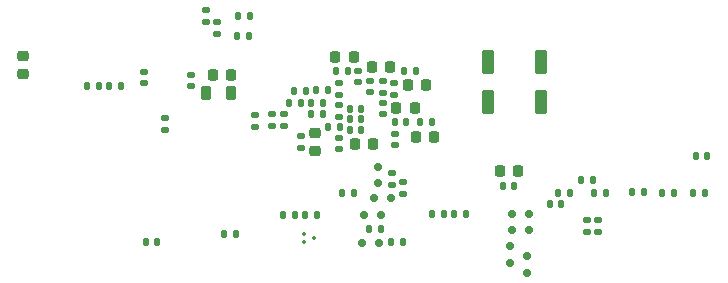
<source format=gbp>
%TF.GenerationSoftware,KiCad,Pcbnew,9.0.3*%
%TF.CreationDate,2025-07-23T11:06:21+02:00*%
%TF.ProjectId,icepi-zero,69636570-692d-47a6-9572-6f2e6b696361,v1.3*%
%TF.SameCoordinates,Original*%
%TF.FileFunction,Paste,Bot*%
%TF.FilePolarity,Positive*%
%FSLAX46Y46*%
G04 Gerber Fmt 4.6, Leading zero omitted, Abs format (unit mm)*
G04 Created by KiCad (PCBNEW 9.0.3) date 2025-07-23 11:06:21*
%MOMM*%
%LPD*%
G01*
G04 APERTURE LIST*
G04 Aperture macros list*
%AMRoundRect*
0 Rectangle with rounded corners*
0 $1 Rounding radius*
0 $2 $3 $4 $5 $6 $7 $8 $9 X,Y pos of 4 corners*
0 Add a 4 corners polygon primitive as box body*
4,1,4,$2,$3,$4,$5,$6,$7,$8,$9,$2,$3,0*
0 Add four circle primitives for the rounded corners*
1,1,$1+$1,$2,$3*
1,1,$1+$1,$4,$5*
1,1,$1+$1,$6,$7*
1,1,$1+$1,$8,$9*
0 Add four rect primitives between the rounded corners*
20,1,$1+$1,$2,$3,$4,$5,0*
20,1,$1+$1,$4,$5,$6,$7,0*
20,1,$1+$1,$6,$7,$8,$9,0*
20,1,$1+$1,$8,$9,$2,$3,0*%
G04 Aperture macros list end*
%ADD10RoundRect,0.140000X-0.170000X0.140000X-0.170000X-0.140000X0.170000X-0.140000X0.170000X0.140000X0*%
%ADD11RoundRect,0.140000X-0.140000X-0.170000X0.140000X-0.170000X0.140000X0.170000X-0.140000X0.170000X0*%
%ADD12RoundRect,0.135000X-0.185000X0.135000X-0.185000X-0.135000X0.185000X-0.135000X0.185000X0.135000X0*%
%ADD13RoundRect,0.150000X-0.200000X0.150000X-0.200000X-0.150000X0.200000X-0.150000X0.200000X0.150000X0*%
%ADD14RoundRect,0.135000X0.135000X0.185000X-0.135000X0.185000X-0.135000X-0.185000X0.135000X-0.185000X0*%
%ADD15RoundRect,0.150000X0.200000X-0.150000X0.200000X0.150000X-0.200000X0.150000X-0.200000X-0.150000X0*%
%ADD16RoundRect,0.135000X-0.135000X-0.185000X0.135000X-0.185000X0.135000X0.185000X-0.135000X0.185000X0*%
%ADD17RoundRect,0.157500X-0.367500X-0.842500X0.367500X-0.842500X0.367500X0.842500X-0.367500X0.842500X0*%
%ADD18RoundRect,0.140000X0.140000X0.170000X-0.140000X0.170000X-0.140000X-0.170000X0.140000X-0.170000X0*%
%ADD19RoundRect,0.140000X0.170000X-0.140000X0.170000X0.140000X-0.170000X0.140000X-0.170000X-0.140000X0*%
%ADD20RoundRect,0.225000X-0.225000X-0.250000X0.225000X-0.250000X0.225000X0.250000X-0.225000X0.250000X0*%
%ADD21RoundRect,0.225000X0.250000X-0.225000X0.250000X0.225000X-0.250000X0.225000X-0.250000X-0.225000X0*%
%ADD22RoundRect,0.135000X0.185000X-0.135000X0.185000X0.135000X-0.185000X0.135000X-0.185000X-0.135000X0*%
%ADD23RoundRect,0.150000X-0.150000X-0.200000X0.150000X-0.200000X0.150000X0.200000X-0.150000X0.200000X0*%
%ADD24RoundRect,0.150000X0.150000X0.200000X-0.150000X0.200000X-0.150000X-0.200000X0.150000X-0.200000X0*%
%ADD25RoundRect,0.218750X-0.218750X-0.381250X0.218750X-0.381250X0.218750X0.381250X-0.218750X0.381250X0*%
%ADD26RoundRect,0.225000X0.225000X0.250000X-0.225000X0.250000X-0.225000X-0.250000X0.225000X-0.250000X0*%
%ADD27RoundRect,0.075000X0.075000X-0.075000X0.075000X0.075000X-0.075000X0.075000X-0.075000X-0.075000X0*%
%ADD28RoundRect,0.225000X-0.250000X0.225000X-0.250000X-0.225000X0.250000X-0.225000X0.250000X0.225000X0*%
G04 APERTURE END LIST*
D10*
%TO.C,C22*%
X147575000Y-102980000D03*
X147575000Y-103940000D03*
%TD*%
D11*
%TO.C,C43*%
X161445000Y-111625000D03*
X162405000Y-111625000D03*
%TD*%
D12*
%TO.C,R20*%
X142850000Y-105530000D03*
X142850000Y-106550000D03*
%TD*%
D11*
%TO.C,C15*%
X148480000Y-106020000D03*
X149440000Y-106020000D03*
%TD*%
D13*
%TO.C,D13*%
X150875000Y-111425000D03*
X150875000Y-110025000D03*
%TD*%
D14*
%TO.C,R6*%
X129110000Y-103200000D03*
X128090000Y-103200000D03*
%TD*%
D15*
%TO.C,D12*%
X163500000Y-117600000D03*
X163500000Y-119000000D03*
%TD*%
D10*
%TO.C,C52*%
X150200000Y-102730000D03*
X150200000Y-103690000D03*
%TD*%
D16*
%TO.C,R4*%
X169170000Y-112210000D03*
X170190000Y-112210000D03*
%TD*%
D17*
%TO.C,SW2*%
X160175000Y-104550000D03*
X164625000Y-104550000D03*
%TD*%
D18*
%TO.C,C38*%
X132150000Y-116420000D03*
X131190000Y-116420000D03*
%TD*%
D10*
%TO.C,C12*%
X151260000Y-102800000D03*
X151260000Y-103760000D03*
%TD*%
D19*
%TO.C,C19*%
X135000000Y-103230000D03*
X135000000Y-102270000D03*
%TD*%
%TO.C,C7*%
X131000000Y-102980000D03*
X131000000Y-102020000D03*
%TD*%
D20*
%TO.C,C2*%
X150345000Y-101560000D03*
X151895000Y-101560000D03*
%TD*%
D21*
%TO.C,C47*%
X120790000Y-102195000D03*
X120790000Y-100645000D03*
%TD*%
D17*
%TO.C,SW1*%
X160175000Y-101150000D03*
X164625000Y-101150000D03*
%TD*%
D16*
%TO.C,R34*%
X150090000Y-115270000D03*
X151110000Y-115270000D03*
%TD*%
D12*
%TO.C,R29*%
X168520000Y-114510000D03*
X168520000Y-115530000D03*
%TD*%
D14*
%TO.C,R48*%
X146190000Y-105560000D03*
X145170000Y-105560000D03*
%TD*%
D11*
%TO.C,C41*%
X165420000Y-113200000D03*
X166380000Y-113200000D03*
%TD*%
D22*
%TO.C,R42*%
X153000000Y-112335000D03*
X153000000Y-111315000D03*
%TD*%
D11*
%TO.C,C51*%
X153080000Y-101910000D03*
X154040000Y-101910000D03*
%TD*%
D23*
%TO.C,D9*%
X150920000Y-116450000D03*
X149520000Y-116450000D03*
%TD*%
D12*
%TO.C,R41*%
X152050000Y-110540000D03*
X152050000Y-111560000D03*
%TD*%
D13*
%TO.C,D11*%
X162025000Y-118175000D03*
X162025000Y-116775000D03*
%TD*%
D20*
%TO.C,C42*%
X161175000Y-110425000D03*
X162725000Y-110425000D03*
%TD*%
D24*
%TO.C,D14*%
X150550000Y-112700000D03*
X151950000Y-112700000D03*
%TD*%
D22*
%TO.C,R46*%
X140460000Y-106700000D03*
X140460000Y-105680000D03*
%TD*%
D25*
%TO.C,FB1*%
X136317500Y-103800000D03*
X138442500Y-103800000D03*
%TD*%
D16*
%TO.C,R43*%
X145200000Y-104600000D03*
X146220000Y-104600000D03*
%TD*%
D11*
%TO.C,C46*%
X147320000Y-101910000D03*
X148280000Y-101910000D03*
%TD*%
D20*
%TO.C,C45*%
X147230000Y-100720000D03*
X148780000Y-100720000D03*
%TD*%
D18*
%TO.C,C40*%
X169030000Y-111160000D03*
X168070000Y-111160000D03*
%TD*%
D26*
%TO.C,C20*%
X138435000Y-102220000D03*
X136885000Y-102220000D03*
%TD*%
D14*
%TO.C,R23*%
X138835000Y-115725000D03*
X137815000Y-115725000D03*
%TD*%
D19*
%TO.C,C3*%
X149180000Y-102890000D03*
X149180000Y-101930000D03*
%TD*%
D16*
%TO.C,R22*%
X147840000Y-112250000D03*
X148860000Y-112250000D03*
%TD*%
D11*
%TO.C,C16*%
X148480000Y-105100000D03*
X149440000Y-105100000D03*
%TD*%
D22*
%TO.C,R21*%
X144290000Y-108480000D03*
X144290000Y-107460000D03*
%TD*%
D27*
%TO.C,U7*%
X144597500Y-116437500D03*
X144597500Y-115737500D03*
X145447500Y-116087500D03*
%TD*%
D16*
%TO.C,R25*%
X144680000Y-114090000D03*
X145700000Y-114090000D03*
%TD*%
D14*
%TO.C,R44*%
X144750000Y-103650000D03*
X143730000Y-103650000D03*
%TD*%
D12*
%TO.C,R9*%
X132800000Y-105930000D03*
X132800000Y-106950000D03*
%TD*%
D22*
%TO.C,R49*%
X147580000Y-105810000D03*
X147580000Y-104790000D03*
%TD*%
D24*
%TO.C,D10*%
X149680000Y-114100000D03*
X151080000Y-114100000D03*
%TD*%
D12*
%TO.C,R50*%
X141910000Y-105530000D03*
X141910000Y-106550000D03*
%TD*%
D14*
%TO.C,R32*%
X152950000Y-116360000D03*
X151930000Y-116360000D03*
%TD*%
D20*
%TO.C,C49*%
X154075000Y-107475000D03*
X155625000Y-107475000D03*
%TD*%
%TO.C,C8*%
X148875000Y-108125000D03*
X150425000Y-108125000D03*
%TD*%
%TO.C,C9*%
X152415000Y-105075000D03*
X153965000Y-105075000D03*
%TD*%
D14*
%TO.C,R7*%
X127210000Y-103200000D03*
X126190000Y-103200000D03*
%TD*%
D23*
%TO.C,D7*%
X163600000Y-115400000D03*
X162200000Y-115400000D03*
%TD*%
D10*
%TO.C,C11*%
X152175000Y-102960000D03*
X152175000Y-103920000D03*
%TD*%
D20*
%TO.C,C10*%
X153350000Y-103100000D03*
X154900000Y-103100000D03*
%TD*%
D10*
%TO.C,C48*%
X152250000Y-107220000D03*
X152250000Y-108180000D03*
%TD*%
D14*
%TO.C,R45*%
X144360000Y-104610000D03*
X143340000Y-104610000D03*
%TD*%
D12*
%TO.C,R11*%
X137190000Y-97770000D03*
X137190000Y-98790000D03*
%TD*%
D16*
%TO.C,R5*%
X177490000Y-112250000D03*
X178510000Y-112250000D03*
%TD*%
%TO.C,R3*%
X174890000Y-112240000D03*
X175910000Y-112240000D03*
%TD*%
D22*
%TO.C,R31*%
X169460000Y-115530000D03*
X169460000Y-114510000D03*
%TD*%
D16*
%TO.C,R37*%
X157290000Y-114040000D03*
X158310000Y-114040000D03*
%TD*%
%TO.C,R2*%
X172350000Y-112180000D03*
X173370000Y-112180000D03*
%TD*%
D24*
%TO.C,D6*%
X162200000Y-114000000D03*
X163600000Y-114000000D03*
%TD*%
D11*
%TO.C,C50*%
X154440000Y-106275000D03*
X155400000Y-106275000D03*
%TD*%
%TO.C,C21*%
X152270000Y-106275000D03*
X153230000Y-106275000D03*
%TD*%
D18*
%TO.C,C27*%
X147610000Y-106690000D03*
X146650000Y-106690000D03*
%TD*%
D16*
%TO.C,R1*%
X166050000Y-112270000D03*
X167070000Y-112270000D03*
%TD*%
D11*
%TO.C,C25*%
X139020000Y-97250000D03*
X139980000Y-97250000D03*
%TD*%
D12*
%TO.C,R10*%
X136250000Y-96740000D03*
X136250000Y-97760000D03*
%TD*%
D18*
%TO.C,C39*%
X178730000Y-109100000D03*
X177770000Y-109100000D03*
%TD*%
D10*
%TO.C,C28*%
X147580000Y-107580000D03*
X147580000Y-108540000D03*
%TD*%
D16*
%TO.C,R36*%
X155433250Y-114040000D03*
X156453250Y-114040000D03*
%TD*%
D11*
%TO.C,C1*%
X138940000Y-98990000D03*
X139900000Y-98990000D03*
%TD*%
D16*
%TO.C,R47*%
X145590000Y-103500000D03*
X146610000Y-103500000D03*
%TD*%
D19*
%TO.C,C13*%
X151250000Y-105590000D03*
X151250000Y-104630000D03*
%TD*%
D16*
%TO.C,R24*%
X142820000Y-114090000D03*
X143840000Y-114090000D03*
%TD*%
D28*
%TO.C,C26*%
X145490000Y-107135000D03*
X145490000Y-108685000D03*
%TD*%
D11*
%TO.C,C14*%
X148470000Y-106940000D03*
X149430000Y-106940000D03*
%TD*%
M02*

</source>
